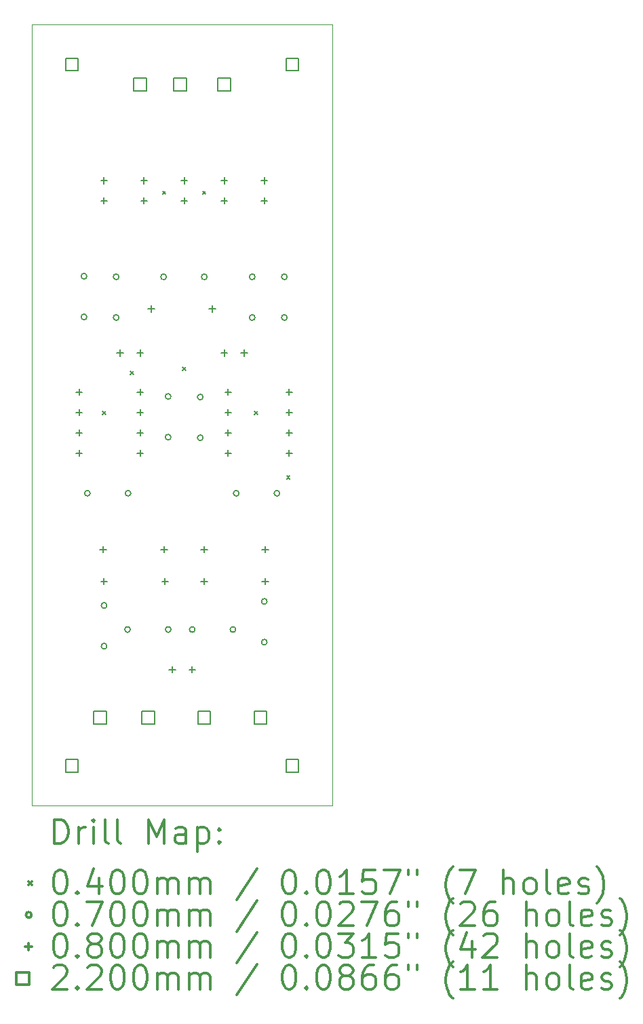
<source format=gbr>
%FSLAX45Y45*%
G04 Gerber Fmt 4.5, Leading zero omitted, Abs format (unit mm)*
G04 Created by KiCad (PCBNEW 5.1.10) date 2021-06-26 04:08:08*
%MOMM*%
%LPD*%
G01*
G04 APERTURE LIST*
%TA.AperFunction,Profile*%
%ADD10C,0.100000*%
%TD*%
%ADD11C,0.200000*%
%ADD12C,0.300000*%
G04 APERTURE END LIST*
D10*
X3750000Y-13000000D02*
X3750000Y-3250000D01*
X7500000Y-13000000D02*
X3750000Y-13000000D01*
X7500000Y-3250000D02*
X7500000Y-13000000D01*
X3750000Y-3250000D02*
X7500000Y-3250000D01*
D11*
X4630000Y-8080000D02*
X4670000Y-8120000D01*
X4670000Y-8080000D02*
X4630000Y-8120000D01*
X4980000Y-7580000D02*
X5020000Y-7620000D01*
X5020000Y-7580000D02*
X4980000Y-7620000D01*
X5380000Y-5330000D02*
X5420000Y-5370000D01*
X5420000Y-5330000D02*
X5380000Y-5370000D01*
X5630000Y-7530000D02*
X5670000Y-7570000D01*
X5670000Y-7530000D02*
X5630000Y-7570000D01*
X5880000Y-5330000D02*
X5920000Y-5370000D01*
X5920000Y-5330000D02*
X5880000Y-5370000D01*
X6530000Y-8080000D02*
X6570000Y-8120000D01*
X6570000Y-8080000D02*
X6530000Y-8120000D01*
X6930000Y-8880000D02*
X6970000Y-8920000D01*
X6970000Y-8880000D02*
X6930000Y-8920000D01*
X4435000Y-6392000D02*
G75*
G03*
X4435000Y-6392000I-35000J0D01*
G01*
X4435000Y-6900000D02*
G75*
G03*
X4435000Y-6900000I-35000J0D01*
G01*
X4477000Y-9100000D02*
G75*
G03*
X4477000Y-9100000I-35000J0D01*
G01*
X4685000Y-10500000D02*
G75*
G03*
X4685000Y-10500000I-35000J0D01*
G01*
X4685000Y-11008000D02*
G75*
G03*
X4685000Y-11008000I-35000J0D01*
G01*
X4835000Y-6400000D02*
G75*
G03*
X4835000Y-6400000I-35000J0D01*
G01*
X4835000Y-6908000D02*
G75*
G03*
X4835000Y-6908000I-35000J0D01*
G01*
X4977000Y-10800000D02*
G75*
G03*
X4977000Y-10800000I-35000J0D01*
G01*
X4985000Y-9100000D02*
G75*
G03*
X4985000Y-9100000I-35000J0D01*
G01*
X5427000Y-6400000D02*
G75*
G03*
X5427000Y-6400000I-35000J0D01*
G01*
X5485000Y-7892000D02*
G75*
G03*
X5485000Y-7892000I-35000J0D01*
G01*
X5485000Y-8400000D02*
G75*
G03*
X5485000Y-8400000I-35000J0D01*
G01*
X5485000Y-10800000D02*
G75*
G03*
X5485000Y-10800000I-35000J0D01*
G01*
X5785000Y-10800000D02*
G75*
G03*
X5785000Y-10800000I-35000J0D01*
G01*
X5885000Y-7900000D02*
G75*
G03*
X5885000Y-7900000I-35000J0D01*
G01*
X5885000Y-8408000D02*
G75*
G03*
X5885000Y-8408000I-35000J0D01*
G01*
X5935000Y-6400000D02*
G75*
G03*
X5935000Y-6400000I-35000J0D01*
G01*
X6293000Y-10800000D02*
G75*
G03*
X6293000Y-10800000I-35000J0D01*
G01*
X6335000Y-9100000D02*
G75*
G03*
X6335000Y-9100000I-35000J0D01*
G01*
X6535000Y-6400000D02*
G75*
G03*
X6535000Y-6400000I-35000J0D01*
G01*
X6535000Y-6908000D02*
G75*
G03*
X6535000Y-6908000I-35000J0D01*
G01*
X6685000Y-10450000D02*
G75*
G03*
X6685000Y-10450000I-35000J0D01*
G01*
X6685000Y-10958000D02*
G75*
G03*
X6685000Y-10958000I-35000J0D01*
G01*
X6843000Y-9100000D02*
G75*
G03*
X6843000Y-9100000I-35000J0D01*
G01*
X6935000Y-6400000D02*
G75*
G03*
X6935000Y-6400000I-35000J0D01*
G01*
X6935000Y-6908000D02*
G75*
G03*
X6935000Y-6908000I-35000J0D01*
G01*
X4338000Y-7798000D02*
X4338000Y-7878000D01*
X4298000Y-7838000D02*
X4378000Y-7838000D01*
X4338000Y-8052000D02*
X4338000Y-8132000D01*
X4298000Y-8092000D02*
X4378000Y-8092000D01*
X4338000Y-8306000D02*
X4338000Y-8386000D01*
X4298000Y-8346000D02*
X4378000Y-8346000D01*
X4338000Y-8560000D02*
X4338000Y-8640000D01*
X4298000Y-8600000D02*
X4378000Y-8600000D01*
X4638000Y-9760000D02*
X4638000Y-9840000D01*
X4598000Y-9800000D02*
X4678000Y-9800000D01*
X4650000Y-5160000D02*
X4650000Y-5240000D01*
X4610000Y-5200000D02*
X4690000Y-5200000D01*
X4650000Y-5410000D02*
X4650000Y-5490000D01*
X4610000Y-5450000D02*
X4690000Y-5450000D01*
X4650000Y-10160000D02*
X4650000Y-10240000D01*
X4610000Y-10200000D02*
X4690000Y-10200000D01*
X4850000Y-7310000D02*
X4850000Y-7390000D01*
X4810000Y-7350000D02*
X4890000Y-7350000D01*
X5100000Y-7310000D02*
X5100000Y-7390000D01*
X5060000Y-7350000D02*
X5140000Y-7350000D01*
X5100000Y-7798000D02*
X5100000Y-7878000D01*
X5060000Y-7838000D02*
X5140000Y-7838000D01*
X5100000Y-8052000D02*
X5100000Y-8132000D01*
X5060000Y-8092000D02*
X5140000Y-8092000D01*
X5100000Y-8306000D02*
X5100000Y-8386000D01*
X5060000Y-8346000D02*
X5140000Y-8346000D01*
X5100000Y-8560000D02*
X5100000Y-8640000D01*
X5060000Y-8600000D02*
X5140000Y-8600000D01*
X5150000Y-5160000D02*
X5150000Y-5240000D01*
X5110000Y-5200000D02*
X5190000Y-5200000D01*
X5150000Y-5410000D02*
X5150000Y-5490000D01*
X5110000Y-5450000D02*
X5190000Y-5450000D01*
X5238000Y-6760000D02*
X5238000Y-6840000D01*
X5198000Y-6800000D02*
X5278000Y-6800000D01*
X5400000Y-9760000D02*
X5400000Y-9840000D01*
X5360000Y-9800000D02*
X5440000Y-9800000D01*
X5412000Y-10160000D02*
X5412000Y-10240000D01*
X5372000Y-10200000D02*
X5452000Y-10200000D01*
X5500000Y-11260000D02*
X5500000Y-11340000D01*
X5460000Y-11300000D02*
X5540000Y-11300000D01*
X5650000Y-5160000D02*
X5650000Y-5240000D01*
X5610000Y-5200000D02*
X5690000Y-5200000D01*
X5650000Y-5410000D02*
X5650000Y-5490000D01*
X5610000Y-5450000D02*
X5690000Y-5450000D01*
X5750000Y-11260000D02*
X5750000Y-11340000D01*
X5710000Y-11300000D02*
X5790000Y-11300000D01*
X5900000Y-9760000D02*
X5900000Y-9840000D01*
X5860000Y-9800000D02*
X5940000Y-9800000D01*
X5900000Y-10160000D02*
X5900000Y-10240000D01*
X5860000Y-10200000D02*
X5940000Y-10200000D01*
X6000000Y-6760000D02*
X6000000Y-6840000D01*
X5960000Y-6800000D02*
X6040000Y-6800000D01*
X6150000Y-5160000D02*
X6150000Y-5240000D01*
X6110000Y-5200000D02*
X6190000Y-5200000D01*
X6150000Y-5410000D02*
X6150000Y-5490000D01*
X6110000Y-5450000D02*
X6190000Y-5450000D01*
X6150000Y-7310000D02*
X6150000Y-7390000D01*
X6110000Y-7350000D02*
X6190000Y-7350000D01*
X6200000Y-7798000D02*
X6200000Y-7878000D01*
X6160000Y-7838000D02*
X6240000Y-7838000D01*
X6200000Y-8052000D02*
X6200000Y-8132000D01*
X6160000Y-8092000D02*
X6240000Y-8092000D01*
X6200000Y-8306000D02*
X6200000Y-8386000D01*
X6160000Y-8346000D02*
X6240000Y-8346000D01*
X6200000Y-8560000D02*
X6200000Y-8640000D01*
X6160000Y-8600000D02*
X6240000Y-8600000D01*
X6400000Y-7310000D02*
X6400000Y-7390000D01*
X6360000Y-7350000D02*
X6440000Y-7350000D01*
X6650000Y-5160000D02*
X6650000Y-5240000D01*
X6610000Y-5200000D02*
X6690000Y-5200000D01*
X6650000Y-5410000D02*
X6650000Y-5490000D01*
X6610000Y-5450000D02*
X6690000Y-5450000D01*
X6662000Y-9760000D02*
X6662000Y-9840000D01*
X6622000Y-9800000D02*
X6702000Y-9800000D01*
X6662000Y-10160000D02*
X6662000Y-10240000D01*
X6622000Y-10200000D02*
X6702000Y-10200000D01*
X6962000Y-7798000D02*
X6962000Y-7878000D01*
X6922000Y-7838000D02*
X7002000Y-7838000D01*
X6962000Y-8052000D02*
X6962000Y-8132000D01*
X6922000Y-8092000D02*
X7002000Y-8092000D01*
X6962000Y-8306000D02*
X6962000Y-8386000D01*
X6922000Y-8346000D02*
X7002000Y-8346000D01*
X6962000Y-8560000D02*
X6962000Y-8640000D01*
X6922000Y-8600000D02*
X7002000Y-8600000D01*
X4327783Y-3827782D02*
X4327783Y-3672217D01*
X4172217Y-3672217D01*
X4172217Y-3827782D01*
X4327783Y-3827782D01*
X4327783Y-12577782D02*
X4327783Y-12422217D01*
X4172217Y-12422217D01*
X4172217Y-12577782D01*
X4327783Y-12577782D01*
X4677783Y-11977782D02*
X4677783Y-11822217D01*
X4522218Y-11822217D01*
X4522218Y-11977782D01*
X4677783Y-11977782D01*
X5177783Y-4077782D02*
X5177783Y-3922217D01*
X5022218Y-3922217D01*
X5022218Y-4077782D01*
X5177783Y-4077782D01*
X5277783Y-11977782D02*
X5277783Y-11822217D01*
X5122218Y-11822217D01*
X5122218Y-11977782D01*
X5277783Y-11977782D01*
X5677782Y-4077782D02*
X5677782Y-3922217D01*
X5522218Y-3922217D01*
X5522218Y-4077782D01*
X5677782Y-4077782D01*
X5977782Y-11977782D02*
X5977782Y-11822217D01*
X5822217Y-11822217D01*
X5822217Y-11977782D01*
X5977782Y-11977782D01*
X6227782Y-4077782D02*
X6227782Y-3922217D01*
X6072217Y-3922217D01*
X6072217Y-4077782D01*
X6227782Y-4077782D01*
X6677782Y-11977782D02*
X6677782Y-11822217D01*
X6522217Y-11822217D01*
X6522217Y-11977782D01*
X6677782Y-11977782D01*
X7077782Y-3827782D02*
X7077782Y-3672217D01*
X6922217Y-3672217D01*
X6922217Y-3827782D01*
X7077782Y-3827782D01*
X7077782Y-12577782D02*
X7077782Y-12422217D01*
X6922217Y-12422217D01*
X6922217Y-12577782D01*
X7077782Y-12577782D01*
D12*
X4031428Y-13470714D02*
X4031428Y-13170714D01*
X4102857Y-13170714D01*
X4145714Y-13185000D01*
X4174286Y-13213571D01*
X4188571Y-13242143D01*
X4202857Y-13299286D01*
X4202857Y-13342143D01*
X4188571Y-13399286D01*
X4174286Y-13427857D01*
X4145714Y-13456429D01*
X4102857Y-13470714D01*
X4031428Y-13470714D01*
X4331428Y-13470714D02*
X4331428Y-13270714D01*
X4331428Y-13327857D02*
X4345714Y-13299286D01*
X4360000Y-13285000D01*
X4388571Y-13270714D01*
X4417143Y-13270714D01*
X4517143Y-13470714D02*
X4517143Y-13270714D01*
X4517143Y-13170714D02*
X4502857Y-13185000D01*
X4517143Y-13199286D01*
X4531428Y-13185000D01*
X4517143Y-13170714D01*
X4517143Y-13199286D01*
X4702857Y-13470714D02*
X4674286Y-13456429D01*
X4660000Y-13427857D01*
X4660000Y-13170714D01*
X4860000Y-13470714D02*
X4831428Y-13456429D01*
X4817143Y-13427857D01*
X4817143Y-13170714D01*
X5202857Y-13470714D02*
X5202857Y-13170714D01*
X5302857Y-13385000D01*
X5402857Y-13170714D01*
X5402857Y-13470714D01*
X5674286Y-13470714D02*
X5674286Y-13313571D01*
X5660000Y-13285000D01*
X5631428Y-13270714D01*
X5574286Y-13270714D01*
X5545714Y-13285000D01*
X5674286Y-13456429D02*
X5645714Y-13470714D01*
X5574286Y-13470714D01*
X5545714Y-13456429D01*
X5531428Y-13427857D01*
X5531428Y-13399286D01*
X5545714Y-13370714D01*
X5574286Y-13356429D01*
X5645714Y-13356429D01*
X5674286Y-13342143D01*
X5817143Y-13270714D02*
X5817143Y-13570714D01*
X5817143Y-13285000D02*
X5845714Y-13270714D01*
X5902857Y-13270714D01*
X5931428Y-13285000D01*
X5945714Y-13299286D01*
X5960000Y-13327857D01*
X5960000Y-13413571D01*
X5945714Y-13442143D01*
X5931428Y-13456429D01*
X5902857Y-13470714D01*
X5845714Y-13470714D01*
X5817143Y-13456429D01*
X6088571Y-13442143D02*
X6102857Y-13456429D01*
X6088571Y-13470714D01*
X6074286Y-13456429D01*
X6088571Y-13442143D01*
X6088571Y-13470714D01*
X6088571Y-13285000D02*
X6102857Y-13299286D01*
X6088571Y-13313571D01*
X6074286Y-13299286D01*
X6088571Y-13285000D01*
X6088571Y-13313571D01*
X3705000Y-13945000D02*
X3745000Y-13985000D01*
X3745000Y-13945000D02*
X3705000Y-13985000D01*
X4088571Y-13800714D02*
X4117143Y-13800714D01*
X4145714Y-13815000D01*
X4160000Y-13829286D01*
X4174286Y-13857857D01*
X4188571Y-13915000D01*
X4188571Y-13986429D01*
X4174286Y-14043571D01*
X4160000Y-14072143D01*
X4145714Y-14086429D01*
X4117143Y-14100714D01*
X4088571Y-14100714D01*
X4060000Y-14086429D01*
X4045714Y-14072143D01*
X4031428Y-14043571D01*
X4017143Y-13986429D01*
X4017143Y-13915000D01*
X4031428Y-13857857D01*
X4045714Y-13829286D01*
X4060000Y-13815000D01*
X4088571Y-13800714D01*
X4317143Y-14072143D02*
X4331428Y-14086429D01*
X4317143Y-14100714D01*
X4302857Y-14086429D01*
X4317143Y-14072143D01*
X4317143Y-14100714D01*
X4588571Y-13900714D02*
X4588571Y-14100714D01*
X4517143Y-13786429D02*
X4445714Y-14000714D01*
X4631428Y-14000714D01*
X4802857Y-13800714D02*
X4831428Y-13800714D01*
X4860000Y-13815000D01*
X4874286Y-13829286D01*
X4888571Y-13857857D01*
X4902857Y-13915000D01*
X4902857Y-13986429D01*
X4888571Y-14043571D01*
X4874286Y-14072143D01*
X4860000Y-14086429D01*
X4831428Y-14100714D01*
X4802857Y-14100714D01*
X4774286Y-14086429D01*
X4760000Y-14072143D01*
X4745714Y-14043571D01*
X4731428Y-13986429D01*
X4731428Y-13915000D01*
X4745714Y-13857857D01*
X4760000Y-13829286D01*
X4774286Y-13815000D01*
X4802857Y-13800714D01*
X5088571Y-13800714D02*
X5117143Y-13800714D01*
X5145714Y-13815000D01*
X5160000Y-13829286D01*
X5174286Y-13857857D01*
X5188571Y-13915000D01*
X5188571Y-13986429D01*
X5174286Y-14043571D01*
X5160000Y-14072143D01*
X5145714Y-14086429D01*
X5117143Y-14100714D01*
X5088571Y-14100714D01*
X5060000Y-14086429D01*
X5045714Y-14072143D01*
X5031428Y-14043571D01*
X5017143Y-13986429D01*
X5017143Y-13915000D01*
X5031428Y-13857857D01*
X5045714Y-13829286D01*
X5060000Y-13815000D01*
X5088571Y-13800714D01*
X5317143Y-14100714D02*
X5317143Y-13900714D01*
X5317143Y-13929286D02*
X5331428Y-13915000D01*
X5360000Y-13900714D01*
X5402857Y-13900714D01*
X5431428Y-13915000D01*
X5445714Y-13943571D01*
X5445714Y-14100714D01*
X5445714Y-13943571D02*
X5460000Y-13915000D01*
X5488571Y-13900714D01*
X5531428Y-13900714D01*
X5560000Y-13915000D01*
X5574286Y-13943571D01*
X5574286Y-14100714D01*
X5717143Y-14100714D02*
X5717143Y-13900714D01*
X5717143Y-13929286D02*
X5731428Y-13915000D01*
X5760000Y-13900714D01*
X5802857Y-13900714D01*
X5831428Y-13915000D01*
X5845714Y-13943571D01*
X5845714Y-14100714D01*
X5845714Y-13943571D02*
X5860000Y-13915000D01*
X5888571Y-13900714D01*
X5931428Y-13900714D01*
X5960000Y-13915000D01*
X5974286Y-13943571D01*
X5974286Y-14100714D01*
X6560000Y-13786429D02*
X6302857Y-14172143D01*
X6945714Y-13800714D02*
X6974286Y-13800714D01*
X7002857Y-13815000D01*
X7017143Y-13829286D01*
X7031428Y-13857857D01*
X7045714Y-13915000D01*
X7045714Y-13986429D01*
X7031428Y-14043571D01*
X7017143Y-14072143D01*
X7002857Y-14086429D01*
X6974286Y-14100714D01*
X6945714Y-14100714D01*
X6917143Y-14086429D01*
X6902857Y-14072143D01*
X6888571Y-14043571D01*
X6874286Y-13986429D01*
X6874286Y-13915000D01*
X6888571Y-13857857D01*
X6902857Y-13829286D01*
X6917143Y-13815000D01*
X6945714Y-13800714D01*
X7174286Y-14072143D02*
X7188571Y-14086429D01*
X7174286Y-14100714D01*
X7160000Y-14086429D01*
X7174286Y-14072143D01*
X7174286Y-14100714D01*
X7374286Y-13800714D02*
X7402857Y-13800714D01*
X7431428Y-13815000D01*
X7445714Y-13829286D01*
X7460000Y-13857857D01*
X7474286Y-13915000D01*
X7474286Y-13986429D01*
X7460000Y-14043571D01*
X7445714Y-14072143D01*
X7431428Y-14086429D01*
X7402857Y-14100714D01*
X7374286Y-14100714D01*
X7345714Y-14086429D01*
X7331428Y-14072143D01*
X7317143Y-14043571D01*
X7302857Y-13986429D01*
X7302857Y-13915000D01*
X7317143Y-13857857D01*
X7331428Y-13829286D01*
X7345714Y-13815000D01*
X7374286Y-13800714D01*
X7760000Y-14100714D02*
X7588571Y-14100714D01*
X7674286Y-14100714D02*
X7674286Y-13800714D01*
X7645714Y-13843571D01*
X7617143Y-13872143D01*
X7588571Y-13886429D01*
X8031428Y-13800714D02*
X7888571Y-13800714D01*
X7874286Y-13943571D01*
X7888571Y-13929286D01*
X7917143Y-13915000D01*
X7988571Y-13915000D01*
X8017143Y-13929286D01*
X8031428Y-13943571D01*
X8045714Y-13972143D01*
X8045714Y-14043571D01*
X8031428Y-14072143D01*
X8017143Y-14086429D01*
X7988571Y-14100714D01*
X7917143Y-14100714D01*
X7888571Y-14086429D01*
X7874286Y-14072143D01*
X8145714Y-13800714D02*
X8345714Y-13800714D01*
X8217143Y-14100714D01*
X8445714Y-13800714D02*
X8445714Y-13857857D01*
X8560000Y-13800714D02*
X8560000Y-13857857D01*
X9002857Y-14215000D02*
X8988571Y-14200714D01*
X8960000Y-14157857D01*
X8945714Y-14129286D01*
X8931428Y-14086429D01*
X8917143Y-14015000D01*
X8917143Y-13957857D01*
X8931428Y-13886429D01*
X8945714Y-13843571D01*
X8960000Y-13815000D01*
X8988571Y-13772143D01*
X9002857Y-13757857D01*
X9088571Y-13800714D02*
X9288571Y-13800714D01*
X9160000Y-14100714D01*
X9631428Y-14100714D02*
X9631428Y-13800714D01*
X9760000Y-14100714D02*
X9760000Y-13943571D01*
X9745714Y-13915000D01*
X9717143Y-13900714D01*
X9674286Y-13900714D01*
X9645714Y-13915000D01*
X9631428Y-13929286D01*
X9945714Y-14100714D02*
X9917143Y-14086429D01*
X9902857Y-14072143D01*
X9888571Y-14043571D01*
X9888571Y-13957857D01*
X9902857Y-13929286D01*
X9917143Y-13915000D01*
X9945714Y-13900714D01*
X9988571Y-13900714D01*
X10017143Y-13915000D01*
X10031428Y-13929286D01*
X10045714Y-13957857D01*
X10045714Y-14043571D01*
X10031428Y-14072143D01*
X10017143Y-14086429D01*
X9988571Y-14100714D01*
X9945714Y-14100714D01*
X10217143Y-14100714D02*
X10188571Y-14086429D01*
X10174286Y-14057857D01*
X10174286Y-13800714D01*
X10445714Y-14086429D02*
X10417143Y-14100714D01*
X10360000Y-14100714D01*
X10331428Y-14086429D01*
X10317143Y-14057857D01*
X10317143Y-13943571D01*
X10331428Y-13915000D01*
X10360000Y-13900714D01*
X10417143Y-13900714D01*
X10445714Y-13915000D01*
X10460000Y-13943571D01*
X10460000Y-13972143D01*
X10317143Y-14000714D01*
X10574286Y-14086429D02*
X10602857Y-14100714D01*
X10660000Y-14100714D01*
X10688571Y-14086429D01*
X10702857Y-14057857D01*
X10702857Y-14043571D01*
X10688571Y-14015000D01*
X10660000Y-14000714D01*
X10617143Y-14000714D01*
X10588571Y-13986429D01*
X10574286Y-13957857D01*
X10574286Y-13943571D01*
X10588571Y-13915000D01*
X10617143Y-13900714D01*
X10660000Y-13900714D01*
X10688571Y-13915000D01*
X10802857Y-14215000D02*
X10817143Y-14200714D01*
X10845714Y-14157857D01*
X10860000Y-14129286D01*
X10874286Y-14086429D01*
X10888571Y-14015000D01*
X10888571Y-13957857D01*
X10874286Y-13886429D01*
X10860000Y-13843571D01*
X10845714Y-13815000D01*
X10817143Y-13772143D01*
X10802857Y-13757857D01*
X3745000Y-14361000D02*
G75*
G03*
X3745000Y-14361000I-35000J0D01*
G01*
X4088571Y-14196714D02*
X4117143Y-14196714D01*
X4145714Y-14211000D01*
X4160000Y-14225286D01*
X4174286Y-14253857D01*
X4188571Y-14311000D01*
X4188571Y-14382429D01*
X4174286Y-14439571D01*
X4160000Y-14468143D01*
X4145714Y-14482429D01*
X4117143Y-14496714D01*
X4088571Y-14496714D01*
X4060000Y-14482429D01*
X4045714Y-14468143D01*
X4031428Y-14439571D01*
X4017143Y-14382429D01*
X4017143Y-14311000D01*
X4031428Y-14253857D01*
X4045714Y-14225286D01*
X4060000Y-14211000D01*
X4088571Y-14196714D01*
X4317143Y-14468143D02*
X4331428Y-14482429D01*
X4317143Y-14496714D01*
X4302857Y-14482429D01*
X4317143Y-14468143D01*
X4317143Y-14496714D01*
X4431428Y-14196714D02*
X4631428Y-14196714D01*
X4502857Y-14496714D01*
X4802857Y-14196714D02*
X4831428Y-14196714D01*
X4860000Y-14211000D01*
X4874286Y-14225286D01*
X4888571Y-14253857D01*
X4902857Y-14311000D01*
X4902857Y-14382429D01*
X4888571Y-14439571D01*
X4874286Y-14468143D01*
X4860000Y-14482429D01*
X4831428Y-14496714D01*
X4802857Y-14496714D01*
X4774286Y-14482429D01*
X4760000Y-14468143D01*
X4745714Y-14439571D01*
X4731428Y-14382429D01*
X4731428Y-14311000D01*
X4745714Y-14253857D01*
X4760000Y-14225286D01*
X4774286Y-14211000D01*
X4802857Y-14196714D01*
X5088571Y-14196714D02*
X5117143Y-14196714D01*
X5145714Y-14211000D01*
X5160000Y-14225286D01*
X5174286Y-14253857D01*
X5188571Y-14311000D01*
X5188571Y-14382429D01*
X5174286Y-14439571D01*
X5160000Y-14468143D01*
X5145714Y-14482429D01*
X5117143Y-14496714D01*
X5088571Y-14496714D01*
X5060000Y-14482429D01*
X5045714Y-14468143D01*
X5031428Y-14439571D01*
X5017143Y-14382429D01*
X5017143Y-14311000D01*
X5031428Y-14253857D01*
X5045714Y-14225286D01*
X5060000Y-14211000D01*
X5088571Y-14196714D01*
X5317143Y-14496714D02*
X5317143Y-14296714D01*
X5317143Y-14325286D02*
X5331428Y-14311000D01*
X5360000Y-14296714D01*
X5402857Y-14296714D01*
X5431428Y-14311000D01*
X5445714Y-14339571D01*
X5445714Y-14496714D01*
X5445714Y-14339571D02*
X5460000Y-14311000D01*
X5488571Y-14296714D01*
X5531428Y-14296714D01*
X5560000Y-14311000D01*
X5574286Y-14339571D01*
X5574286Y-14496714D01*
X5717143Y-14496714D02*
X5717143Y-14296714D01*
X5717143Y-14325286D02*
X5731428Y-14311000D01*
X5760000Y-14296714D01*
X5802857Y-14296714D01*
X5831428Y-14311000D01*
X5845714Y-14339571D01*
X5845714Y-14496714D01*
X5845714Y-14339571D02*
X5860000Y-14311000D01*
X5888571Y-14296714D01*
X5931428Y-14296714D01*
X5960000Y-14311000D01*
X5974286Y-14339571D01*
X5974286Y-14496714D01*
X6560000Y-14182429D02*
X6302857Y-14568143D01*
X6945714Y-14196714D02*
X6974286Y-14196714D01*
X7002857Y-14211000D01*
X7017143Y-14225286D01*
X7031428Y-14253857D01*
X7045714Y-14311000D01*
X7045714Y-14382429D01*
X7031428Y-14439571D01*
X7017143Y-14468143D01*
X7002857Y-14482429D01*
X6974286Y-14496714D01*
X6945714Y-14496714D01*
X6917143Y-14482429D01*
X6902857Y-14468143D01*
X6888571Y-14439571D01*
X6874286Y-14382429D01*
X6874286Y-14311000D01*
X6888571Y-14253857D01*
X6902857Y-14225286D01*
X6917143Y-14211000D01*
X6945714Y-14196714D01*
X7174286Y-14468143D02*
X7188571Y-14482429D01*
X7174286Y-14496714D01*
X7160000Y-14482429D01*
X7174286Y-14468143D01*
X7174286Y-14496714D01*
X7374286Y-14196714D02*
X7402857Y-14196714D01*
X7431428Y-14211000D01*
X7445714Y-14225286D01*
X7460000Y-14253857D01*
X7474286Y-14311000D01*
X7474286Y-14382429D01*
X7460000Y-14439571D01*
X7445714Y-14468143D01*
X7431428Y-14482429D01*
X7402857Y-14496714D01*
X7374286Y-14496714D01*
X7345714Y-14482429D01*
X7331428Y-14468143D01*
X7317143Y-14439571D01*
X7302857Y-14382429D01*
X7302857Y-14311000D01*
X7317143Y-14253857D01*
X7331428Y-14225286D01*
X7345714Y-14211000D01*
X7374286Y-14196714D01*
X7588571Y-14225286D02*
X7602857Y-14211000D01*
X7631428Y-14196714D01*
X7702857Y-14196714D01*
X7731428Y-14211000D01*
X7745714Y-14225286D01*
X7760000Y-14253857D01*
X7760000Y-14282429D01*
X7745714Y-14325286D01*
X7574286Y-14496714D01*
X7760000Y-14496714D01*
X7860000Y-14196714D02*
X8060000Y-14196714D01*
X7931428Y-14496714D01*
X8302857Y-14196714D02*
X8245714Y-14196714D01*
X8217143Y-14211000D01*
X8202857Y-14225286D01*
X8174286Y-14268143D01*
X8160000Y-14325286D01*
X8160000Y-14439571D01*
X8174286Y-14468143D01*
X8188571Y-14482429D01*
X8217143Y-14496714D01*
X8274286Y-14496714D01*
X8302857Y-14482429D01*
X8317143Y-14468143D01*
X8331428Y-14439571D01*
X8331428Y-14368143D01*
X8317143Y-14339571D01*
X8302857Y-14325286D01*
X8274286Y-14311000D01*
X8217143Y-14311000D01*
X8188571Y-14325286D01*
X8174286Y-14339571D01*
X8160000Y-14368143D01*
X8445714Y-14196714D02*
X8445714Y-14253857D01*
X8560000Y-14196714D02*
X8560000Y-14253857D01*
X9002857Y-14611000D02*
X8988571Y-14596714D01*
X8960000Y-14553857D01*
X8945714Y-14525286D01*
X8931428Y-14482429D01*
X8917143Y-14411000D01*
X8917143Y-14353857D01*
X8931428Y-14282429D01*
X8945714Y-14239571D01*
X8960000Y-14211000D01*
X8988571Y-14168143D01*
X9002857Y-14153857D01*
X9102857Y-14225286D02*
X9117143Y-14211000D01*
X9145714Y-14196714D01*
X9217143Y-14196714D01*
X9245714Y-14211000D01*
X9260000Y-14225286D01*
X9274286Y-14253857D01*
X9274286Y-14282429D01*
X9260000Y-14325286D01*
X9088571Y-14496714D01*
X9274286Y-14496714D01*
X9531428Y-14196714D02*
X9474286Y-14196714D01*
X9445714Y-14211000D01*
X9431428Y-14225286D01*
X9402857Y-14268143D01*
X9388571Y-14325286D01*
X9388571Y-14439571D01*
X9402857Y-14468143D01*
X9417143Y-14482429D01*
X9445714Y-14496714D01*
X9502857Y-14496714D01*
X9531428Y-14482429D01*
X9545714Y-14468143D01*
X9560000Y-14439571D01*
X9560000Y-14368143D01*
X9545714Y-14339571D01*
X9531428Y-14325286D01*
X9502857Y-14311000D01*
X9445714Y-14311000D01*
X9417143Y-14325286D01*
X9402857Y-14339571D01*
X9388571Y-14368143D01*
X9917143Y-14496714D02*
X9917143Y-14196714D01*
X10045714Y-14496714D02*
X10045714Y-14339571D01*
X10031428Y-14311000D01*
X10002857Y-14296714D01*
X9960000Y-14296714D01*
X9931428Y-14311000D01*
X9917143Y-14325286D01*
X10231428Y-14496714D02*
X10202857Y-14482429D01*
X10188571Y-14468143D01*
X10174286Y-14439571D01*
X10174286Y-14353857D01*
X10188571Y-14325286D01*
X10202857Y-14311000D01*
X10231428Y-14296714D01*
X10274286Y-14296714D01*
X10302857Y-14311000D01*
X10317143Y-14325286D01*
X10331428Y-14353857D01*
X10331428Y-14439571D01*
X10317143Y-14468143D01*
X10302857Y-14482429D01*
X10274286Y-14496714D01*
X10231428Y-14496714D01*
X10502857Y-14496714D02*
X10474286Y-14482429D01*
X10460000Y-14453857D01*
X10460000Y-14196714D01*
X10731428Y-14482429D02*
X10702857Y-14496714D01*
X10645714Y-14496714D01*
X10617143Y-14482429D01*
X10602857Y-14453857D01*
X10602857Y-14339571D01*
X10617143Y-14311000D01*
X10645714Y-14296714D01*
X10702857Y-14296714D01*
X10731428Y-14311000D01*
X10745714Y-14339571D01*
X10745714Y-14368143D01*
X10602857Y-14396714D01*
X10860000Y-14482429D02*
X10888571Y-14496714D01*
X10945714Y-14496714D01*
X10974286Y-14482429D01*
X10988571Y-14453857D01*
X10988571Y-14439571D01*
X10974286Y-14411000D01*
X10945714Y-14396714D01*
X10902857Y-14396714D01*
X10874286Y-14382429D01*
X10860000Y-14353857D01*
X10860000Y-14339571D01*
X10874286Y-14311000D01*
X10902857Y-14296714D01*
X10945714Y-14296714D01*
X10974286Y-14311000D01*
X11088571Y-14611000D02*
X11102857Y-14596714D01*
X11131428Y-14553857D01*
X11145714Y-14525286D01*
X11160000Y-14482429D01*
X11174286Y-14411000D01*
X11174286Y-14353857D01*
X11160000Y-14282429D01*
X11145714Y-14239571D01*
X11131428Y-14211000D01*
X11102857Y-14168143D01*
X11088571Y-14153857D01*
X3705000Y-14717000D02*
X3705000Y-14797000D01*
X3665000Y-14757000D02*
X3745000Y-14757000D01*
X4088571Y-14592714D02*
X4117143Y-14592714D01*
X4145714Y-14607000D01*
X4160000Y-14621286D01*
X4174286Y-14649857D01*
X4188571Y-14707000D01*
X4188571Y-14778429D01*
X4174286Y-14835571D01*
X4160000Y-14864143D01*
X4145714Y-14878429D01*
X4117143Y-14892714D01*
X4088571Y-14892714D01*
X4060000Y-14878429D01*
X4045714Y-14864143D01*
X4031428Y-14835571D01*
X4017143Y-14778429D01*
X4017143Y-14707000D01*
X4031428Y-14649857D01*
X4045714Y-14621286D01*
X4060000Y-14607000D01*
X4088571Y-14592714D01*
X4317143Y-14864143D02*
X4331428Y-14878429D01*
X4317143Y-14892714D01*
X4302857Y-14878429D01*
X4317143Y-14864143D01*
X4317143Y-14892714D01*
X4502857Y-14721286D02*
X4474286Y-14707000D01*
X4460000Y-14692714D01*
X4445714Y-14664143D01*
X4445714Y-14649857D01*
X4460000Y-14621286D01*
X4474286Y-14607000D01*
X4502857Y-14592714D01*
X4560000Y-14592714D01*
X4588571Y-14607000D01*
X4602857Y-14621286D01*
X4617143Y-14649857D01*
X4617143Y-14664143D01*
X4602857Y-14692714D01*
X4588571Y-14707000D01*
X4560000Y-14721286D01*
X4502857Y-14721286D01*
X4474286Y-14735571D01*
X4460000Y-14749857D01*
X4445714Y-14778429D01*
X4445714Y-14835571D01*
X4460000Y-14864143D01*
X4474286Y-14878429D01*
X4502857Y-14892714D01*
X4560000Y-14892714D01*
X4588571Y-14878429D01*
X4602857Y-14864143D01*
X4617143Y-14835571D01*
X4617143Y-14778429D01*
X4602857Y-14749857D01*
X4588571Y-14735571D01*
X4560000Y-14721286D01*
X4802857Y-14592714D02*
X4831428Y-14592714D01*
X4860000Y-14607000D01*
X4874286Y-14621286D01*
X4888571Y-14649857D01*
X4902857Y-14707000D01*
X4902857Y-14778429D01*
X4888571Y-14835571D01*
X4874286Y-14864143D01*
X4860000Y-14878429D01*
X4831428Y-14892714D01*
X4802857Y-14892714D01*
X4774286Y-14878429D01*
X4760000Y-14864143D01*
X4745714Y-14835571D01*
X4731428Y-14778429D01*
X4731428Y-14707000D01*
X4745714Y-14649857D01*
X4760000Y-14621286D01*
X4774286Y-14607000D01*
X4802857Y-14592714D01*
X5088571Y-14592714D02*
X5117143Y-14592714D01*
X5145714Y-14607000D01*
X5160000Y-14621286D01*
X5174286Y-14649857D01*
X5188571Y-14707000D01*
X5188571Y-14778429D01*
X5174286Y-14835571D01*
X5160000Y-14864143D01*
X5145714Y-14878429D01*
X5117143Y-14892714D01*
X5088571Y-14892714D01*
X5060000Y-14878429D01*
X5045714Y-14864143D01*
X5031428Y-14835571D01*
X5017143Y-14778429D01*
X5017143Y-14707000D01*
X5031428Y-14649857D01*
X5045714Y-14621286D01*
X5060000Y-14607000D01*
X5088571Y-14592714D01*
X5317143Y-14892714D02*
X5317143Y-14692714D01*
X5317143Y-14721286D02*
X5331428Y-14707000D01*
X5360000Y-14692714D01*
X5402857Y-14692714D01*
X5431428Y-14707000D01*
X5445714Y-14735571D01*
X5445714Y-14892714D01*
X5445714Y-14735571D02*
X5460000Y-14707000D01*
X5488571Y-14692714D01*
X5531428Y-14692714D01*
X5560000Y-14707000D01*
X5574286Y-14735571D01*
X5574286Y-14892714D01*
X5717143Y-14892714D02*
X5717143Y-14692714D01*
X5717143Y-14721286D02*
X5731428Y-14707000D01*
X5760000Y-14692714D01*
X5802857Y-14692714D01*
X5831428Y-14707000D01*
X5845714Y-14735571D01*
X5845714Y-14892714D01*
X5845714Y-14735571D02*
X5860000Y-14707000D01*
X5888571Y-14692714D01*
X5931428Y-14692714D01*
X5960000Y-14707000D01*
X5974286Y-14735571D01*
X5974286Y-14892714D01*
X6560000Y-14578429D02*
X6302857Y-14964143D01*
X6945714Y-14592714D02*
X6974286Y-14592714D01*
X7002857Y-14607000D01*
X7017143Y-14621286D01*
X7031428Y-14649857D01*
X7045714Y-14707000D01*
X7045714Y-14778429D01*
X7031428Y-14835571D01*
X7017143Y-14864143D01*
X7002857Y-14878429D01*
X6974286Y-14892714D01*
X6945714Y-14892714D01*
X6917143Y-14878429D01*
X6902857Y-14864143D01*
X6888571Y-14835571D01*
X6874286Y-14778429D01*
X6874286Y-14707000D01*
X6888571Y-14649857D01*
X6902857Y-14621286D01*
X6917143Y-14607000D01*
X6945714Y-14592714D01*
X7174286Y-14864143D02*
X7188571Y-14878429D01*
X7174286Y-14892714D01*
X7160000Y-14878429D01*
X7174286Y-14864143D01*
X7174286Y-14892714D01*
X7374286Y-14592714D02*
X7402857Y-14592714D01*
X7431428Y-14607000D01*
X7445714Y-14621286D01*
X7460000Y-14649857D01*
X7474286Y-14707000D01*
X7474286Y-14778429D01*
X7460000Y-14835571D01*
X7445714Y-14864143D01*
X7431428Y-14878429D01*
X7402857Y-14892714D01*
X7374286Y-14892714D01*
X7345714Y-14878429D01*
X7331428Y-14864143D01*
X7317143Y-14835571D01*
X7302857Y-14778429D01*
X7302857Y-14707000D01*
X7317143Y-14649857D01*
X7331428Y-14621286D01*
X7345714Y-14607000D01*
X7374286Y-14592714D01*
X7574286Y-14592714D02*
X7760000Y-14592714D01*
X7660000Y-14707000D01*
X7702857Y-14707000D01*
X7731428Y-14721286D01*
X7745714Y-14735571D01*
X7760000Y-14764143D01*
X7760000Y-14835571D01*
X7745714Y-14864143D01*
X7731428Y-14878429D01*
X7702857Y-14892714D01*
X7617143Y-14892714D01*
X7588571Y-14878429D01*
X7574286Y-14864143D01*
X8045714Y-14892714D02*
X7874286Y-14892714D01*
X7960000Y-14892714D02*
X7960000Y-14592714D01*
X7931428Y-14635571D01*
X7902857Y-14664143D01*
X7874286Y-14678429D01*
X8317143Y-14592714D02*
X8174286Y-14592714D01*
X8160000Y-14735571D01*
X8174286Y-14721286D01*
X8202857Y-14707000D01*
X8274286Y-14707000D01*
X8302857Y-14721286D01*
X8317143Y-14735571D01*
X8331428Y-14764143D01*
X8331428Y-14835571D01*
X8317143Y-14864143D01*
X8302857Y-14878429D01*
X8274286Y-14892714D01*
X8202857Y-14892714D01*
X8174286Y-14878429D01*
X8160000Y-14864143D01*
X8445714Y-14592714D02*
X8445714Y-14649857D01*
X8560000Y-14592714D02*
X8560000Y-14649857D01*
X9002857Y-15007000D02*
X8988571Y-14992714D01*
X8960000Y-14949857D01*
X8945714Y-14921286D01*
X8931428Y-14878429D01*
X8917143Y-14807000D01*
X8917143Y-14749857D01*
X8931428Y-14678429D01*
X8945714Y-14635571D01*
X8960000Y-14607000D01*
X8988571Y-14564143D01*
X9002857Y-14549857D01*
X9245714Y-14692714D02*
X9245714Y-14892714D01*
X9174286Y-14578429D02*
X9102857Y-14792714D01*
X9288571Y-14792714D01*
X9388571Y-14621286D02*
X9402857Y-14607000D01*
X9431428Y-14592714D01*
X9502857Y-14592714D01*
X9531428Y-14607000D01*
X9545714Y-14621286D01*
X9560000Y-14649857D01*
X9560000Y-14678429D01*
X9545714Y-14721286D01*
X9374286Y-14892714D01*
X9560000Y-14892714D01*
X9917143Y-14892714D02*
X9917143Y-14592714D01*
X10045714Y-14892714D02*
X10045714Y-14735571D01*
X10031428Y-14707000D01*
X10002857Y-14692714D01*
X9960000Y-14692714D01*
X9931428Y-14707000D01*
X9917143Y-14721286D01*
X10231428Y-14892714D02*
X10202857Y-14878429D01*
X10188571Y-14864143D01*
X10174286Y-14835571D01*
X10174286Y-14749857D01*
X10188571Y-14721286D01*
X10202857Y-14707000D01*
X10231428Y-14692714D01*
X10274286Y-14692714D01*
X10302857Y-14707000D01*
X10317143Y-14721286D01*
X10331428Y-14749857D01*
X10331428Y-14835571D01*
X10317143Y-14864143D01*
X10302857Y-14878429D01*
X10274286Y-14892714D01*
X10231428Y-14892714D01*
X10502857Y-14892714D02*
X10474286Y-14878429D01*
X10460000Y-14849857D01*
X10460000Y-14592714D01*
X10731428Y-14878429D02*
X10702857Y-14892714D01*
X10645714Y-14892714D01*
X10617143Y-14878429D01*
X10602857Y-14849857D01*
X10602857Y-14735571D01*
X10617143Y-14707000D01*
X10645714Y-14692714D01*
X10702857Y-14692714D01*
X10731428Y-14707000D01*
X10745714Y-14735571D01*
X10745714Y-14764143D01*
X10602857Y-14792714D01*
X10860000Y-14878429D02*
X10888571Y-14892714D01*
X10945714Y-14892714D01*
X10974286Y-14878429D01*
X10988571Y-14849857D01*
X10988571Y-14835571D01*
X10974286Y-14807000D01*
X10945714Y-14792714D01*
X10902857Y-14792714D01*
X10874286Y-14778429D01*
X10860000Y-14749857D01*
X10860000Y-14735571D01*
X10874286Y-14707000D01*
X10902857Y-14692714D01*
X10945714Y-14692714D01*
X10974286Y-14707000D01*
X11088571Y-15007000D02*
X11102857Y-14992714D01*
X11131428Y-14949857D01*
X11145714Y-14921286D01*
X11160000Y-14878429D01*
X11174286Y-14807000D01*
X11174286Y-14749857D01*
X11160000Y-14678429D01*
X11145714Y-14635571D01*
X11131428Y-14607000D01*
X11102857Y-14564143D01*
X11088571Y-14549857D01*
X3712782Y-15230783D02*
X3712782Y-15075218D01*
X3557217Y-15075218D01*
X3557217Y-15230783D01*
X3712782Y-15230783D01*
X4017143Y-15017286D02*
X4031428Y-15003000D01*
X4060000Y-14988714D01*
X4131428Y-14988714D01*
X4160000Y-15003000D01*
X4174286Y-15017286D01*
X4188571Y-15045857D01*
X4188571Y-15074429D01*
X4174286Y-15117286D01*
X4002857Y-15288714D01*
X4188571Y-15288714D01*
X4317143Y-15260143D02*
X4331428Y-15274429D01*
X4317143Y-15288714D01*
X4302857Y-15274429D01*
X4317143Y-15260143D01*
X4317143Y-15288714D01*
X4445714Y-15017286D02*
X4460000Y-15003000D01*
X4488571Y-14988714D01*
X4560000Y-14988714D01*
X4588571Y-15003000D01*
X4602857Y-15017286D01*
X4617143Y-15045857D01*
X4617143Y-15074429D01*
X4602857Y-15117286D01*
X4431428Y-15288714D01*
X4617143Y-15288714D01*
X4802857Y-14988714D02*
X4831428Y-14988714D01*
X4860000Y-15003000D01*
X4874286Y-15017286D01*
X4888571Y-15045857D01*
X4902857Y-15103000D01*
X4902857Y-15174429D01*
X4888571Y-15231571D01*
X4874286Y-15260143D01*
X4860000Y-15274429D01*
X4831428Y-15288714D01*
X4802857Y-15288714D01*
X4774286Y-15274429D01*
X4760000Y-15260143D01*
X4745714Y-15231571D01*
X4731428Y-15174429D01*
X4731428Y-15103000D01*
X4745714Y-15045857D01*
X4760000Y-15017286D01*
X4774286Y-15003000D01*
X4802857Y-14988714D01*
X5088571Y-14988714D02*
X5117143Y-14988714D01*
X5145714Y-15003000D01*
X5160000Y-15017286D01*
X5174286Y-15045857D01*
X5188571Y-15103000D01*
X5188571Y-15174429D01*
X5174286Y-15231571D01*
X5160000Y-15260143D01*
X5145714Y-15274429D01*
X5117143Y-15288714D01*
X5088571Y-15288714D01*
X5060000Y-15274429D01*
X5045714Y-15260143D01*
X5031428Y-15231571D01*
X5017143Y-15174429D01*
X5017143Y-15103000D01*
X5031428Y-15045857D01*
X5045714Y-15017286D01*
X5060000Y-15003000D01*
X5088571Y-14988714D01*
X5317143Y-15288714D02*
X5317143Y-15088714D01*
X5317143Y-15117286D02*
X5331428Y-15103000D01*
X5360000Y-15088714D01*
X5402857Y-15088714D01*
X5431428Y-15103000D01*
X5445714Y-15131571D01*
X5445714Y-15288714D01*
X5445714Y-15131571D02*
X5460000Y-15103000D01*
X5488571Y-15088714D01*
X5531428Y-15088714D01*
X5560000Y-15103000D01*
X5574286Y-15131571D01*
X5574286Y-15288714D01*
X5717143Y-15288714D02*
X5717143Y-15088714D01*
X5717143Y-15117286D02*
X5731428Y-15103000D01*
X5760000Y-15088714D01*
X5802857Y-15088714D01*
X5831428Y-15103000D01*
X5845714Y-15131571D01*
X5845714Y-15288714D01*
X5845714Y-15131571D02*
X5860000Y-15103000D01*
X5888571Y-15088714D01*
X5931428Y-15088714D01*
X5960000Y-15103000D01*
X5974286Y-15131571D01*
X5974286Y-15288714D01*
X6560000Y-14974429D02*
X6302857Y-15360143D01*
X6945714Y-14988714D02*
X6974286Y-14988714D01*
X7002857Y-15003000D01*
X7017143Y-15017286D01*
X7031428Y-15045857D01*
X7045714Y-15103000D01*
X7045714Y-15174429D01*
X7031428Y-15231571D01*
X7017143Y-15260143D01*
X7002857Y-15274429D01*
X6974286Y-15288714D01*
X6945714Y-15288714D01*
X6917143Y-15274429D01*
X6902857Y-15260143D01*
X6888571Y-15231571D01*
X6874286Y-15174429D01*
X6874286Y-15103000D01*
X6888571Y-15045857D01*
X6902857Y-15017286D01*
X6917143Y-15003000D01*
X6945714Y-14988714D01*
X7174286Y-15260143D02*
X7188571Y-15274429D01*
X7174286Y-15288714D01*
X7160000Y-15274429D01*
X7174286Y-15260143D01*
X7174286Y-15288714D01*
X7374286Y-14988714D02*
X7402857Y-14988714D01*
X7431428Y-15003000D01*
X7445714Y-15017286D01*
X7460000Y-15045857D01*
X7474286Y-15103000D01*
X7474286Y-15174429D01*
X7460000Y-15231571D01*
X7445714Y-15260143D01*
X7431428Y-15274429D01*
X7402857Y-15288714D01*
X7374286Y-15288714D01*
X7345714Y-15274429D01*
X7331428Y-15260143D01*
X7317143Y-15231571D01*
X7302857Y-15174429D01*
X7302857Y-15103000D01*
X7317143Y-15045857D01*
X7331428Y-15017286D01*
X7345714Y-15003000D01*
X7374286Y-14988714D01*
X7645714Y-15117286D02*
X7617143Y-15103000D01*
X7602857Y-15088714D01*
X7588571Y-15060143D01*
X7588571Y-15045857D01*
X7602857Y-15017286D01*
X7617143Y-15003000D01*
X7645714Y-14988714D01*
X7702857Y-14988714D01*
X7731428Y-15003000D01*
X7745714Y-15017286D01*
X7760000Y-15045857D01*
X7760000Y-15060143D01*
X7745714Y-15088714D01*
X7731428Y-15103000D01*
X7702857Y-15117286D01*
X7645714Y-15117286D01*
X7617143Y-15131571D01*
X7602857Y-15145857D01*
X7588571Y-15174429D01*
X7588571Y-15231571D01*
X7602857Y-15260143D01*
X7617143Y-15274429D01*
X7645714Y-15288714D01*
X7702857Y-15288714D01*
X7731428Y-15274429D01*
X7745714Y-15260143D01*
X7760000Y-15231571D01*
X7760000Y-15174429D01*
X7745714Y-15145857D01*
X7731428Y-15131571D01*
X7702857Y-15117286D01*
X8017143Y-14988714D02*
X7960000Y-14988714D01*
X7931428Y-15003000D01*
X7917143Y-15017286D01*
X7888571Y-15060143D01*
X7874286Y-15117286D01*
X7874286Y-15231571D01*
X7888571Y-15260143D01*
X7902857Y-15274429D01*
X7931428Y-15288714D01*
X7988571Y-15288714D01*
X8017143Y-15274429D01*
X8031428Y-15260143D01*
X8045714Y-15231571D01*
X8045714Y-15160143D01*
X8031428Y-15131571D01*
X8017143Y-15117286D01*
X7988571Y-15103000D01*
X7931428Y-15103000D01*
X7902857Y-15117286D01*
X7888571Y-15131571D01*
X7874286Y-15160143D01*
X8302857Y-14988714D02*
X8245714Y-14988714D01*
X8217143Y-15003000D01*
X8202857Y-15017286D01*
X8174286Y-15060143D01*
X8160000Y-15117286D01*
X8160000Y-15231571D01*
X8174286Y-15260143D01*
X8188571Y-15274429D01*
X8217143Y-15288714D01*
X8274286Y-15288714D01*
X8302857Y-15274429D01*
X8317143Y-15260143D01*
X8331428Y-15231571D01*
X8331428Y-15160143D01*
X8317143Y-15131571D01*
X8302857Y-15117286D01*
X8274286Y-15103000D01*
X8217143Y-15103000D01*
X8188571Y-15117286D01*
X8174286Y-15131571D01*
X8160000Y-15160143D01*
X8445714Y-14988714D02*
X8445714Y-15045857D01*
X8560000Y-14988714D02*
X8560000Y-15045857D01*
X9002857Y-15403000D02*
X8988571Y-15388714D01*
X8960000Y-15345857D01*
X8945714Y-15317286D01*
X8931428Y-15274429D01*
X8917143Y-15203000D01*
X8917143Y-15145857D01*
X8931428Y-15074429D01*
X8945714Y-15031571D01*
X8960000Y-15003000D01*
X8988571Y-14960143D01*
X9002857Y-14945857D01*
X9274286Y-15288714D02*
X9102857Y-15288714D01*
X9188571Y-15288714D02*
X9188571Y-14988714D01*
X9160000Y-15031571D01*
X9131428Y-15060143D01*
X9102857Y-15074429D01*
X9560000Y-15288714D02*
X9388571Y-15288714D01*
X9474286Y-15288714D02*
X9474286Y-14988714D01*
X9445714Y-15031571D01*
X9417143Y-15060143D01*
X9388571Y-15074429D01*
X9917143Y-15288714D02*
X9917143Y-14988714D01*
X10045714Y-15288714D02*
X10045714Y-15131571D01*
X10031428Y-15103000D01*
X10002857Y-15088714D01*
X9960000Y-15088714D01*
X9931428Y-15103000D01*
X9917143Y-15117286D01*
X10231428Y-15288714D02*
X10202857Y-15274429D01*
X10188571Y-15260143D01*
X10174286Y-15231571D01*
X10174286Y-15145857D01*
X10188571Y-15117286D01*
X10202857Y-15103000D01*
X10231428Y-15088714D01*
X10274286Y-15088714D01*
X10302857Y-15103000D01*
X10317143Y-15117286D01*
X10331428Y-15145857D01*
X10331428Y-15231571D01*
X10317143Y-15260143D01*
X10302857Y-15274429D01*
X10274286Y-15288714D01*
X10231428Y-15288714D01*
X10502857Y-15288714D02*
X10474286Y-15274429D01*
X10460000Y-15245857D01*
X10460000Y-14988714D01*
X10731428Y-15274429D02*
X10702857Y-15288714D01*
X10645714Y-15288714D01*
X10617143Y-15274429D01*
X10602857Y-15245857D01*
X10602857Y-15131571D01*
X10617143Y-15103000D01*
X10645714Y-15088714D01*
X10702857Y-15088714D01*
X10731428Y-15103000D01*
X10745714Y-15131571D01*
X10745714Y-15160143D01*
X10602857Y-15188714D01*
X10860000Y-15274429D02*
X10888571Y-15288714D01*
X10945714Y-15288714D01*
X10974286Y-15274429D01*
X10988571Y-15245857D01*
X10988571Y-15231571D01*
X10974286Y-15203000D01*
X10945714Y-15188714D01*
X10902857Y-15188714D01*
X10874286Y-15174429D01*
X10860000Y-15145857D01*
X10860000Y-15131571D01*
X10874286Y-15103000D01*
X10902857Y-15088714D01*
X10945714Y-15088714D01*
X10974286Y-15103000D01*
X11088571Y-15403000D02*
X11102857Y-15388714D01*
X11131428Y-15345857D01*
X11145714Y-15317286D01*
X11160000Y-15274429D01*
X11174286Y-15203000D01*
X11174286Y-15145857D01*
X11160000Y-15074429D01*
X11145714Y-15031571D01*
X11131428Y-15003000D01*
X11102857Y-14960143D01*
X11088571Y-14945857D01*
M02*

</source>
